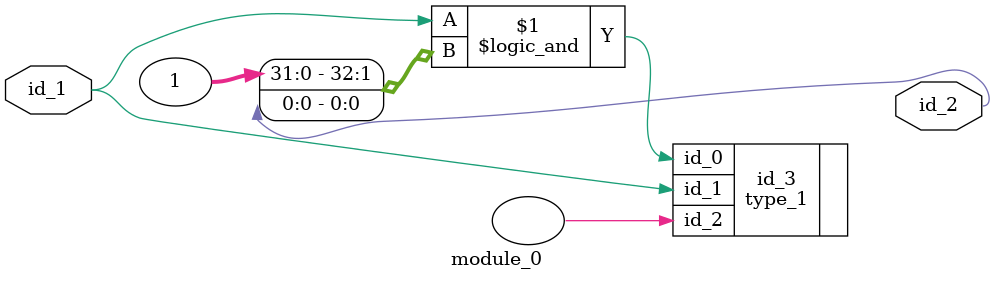
<source format=v>
module module_0 (
    id_1,
    id_2
);
  output id_2;
  inout id_1;
  wand id_2;
  type_1 id_3 (
      .id_0(id_1 && {1, id_2[1-1]}),
      .id_1(id_1),
      .id_2()
  );
endmodule

</source>
